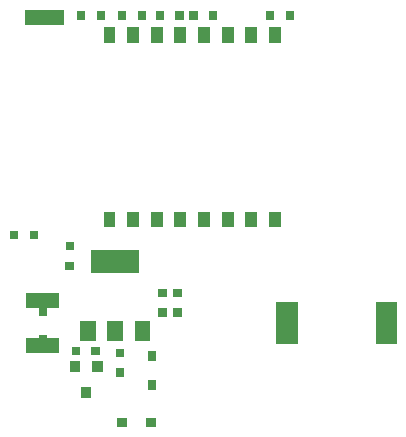
<source format=gbr>
%FSLAX32Y32*%
%MOMM*%
%LNSMD_Maske2*%
G71*
G01*
%LPD*%
G36*
X4488Y4922D02*
X4488Y4792D01*
X4208Y4792D01*
X4208Y4922D01*
X4488Y4922D01*
G37*
G36*
X4488Y4542D02*
X4488Y4412D01*
X4208Y4412D01*
X4208Y4542D01*
X4488Y4542D01*
G37*
G36*
X4855Y4256D02*
X4765Y4256D01*
X4765Y4346D01*
X4855Y4346D01*
X4855Y4256D01*
G37*
G36*
X4665Y4256D02*
X4575Y4256D01*
X4575Y4346D01*
X4665Y4346D01*
X4665Y4256D01*
G37*
G36*
X4760Y4034D02*
X4670Y4034D01*
X4670Y4124D01*
X4760Y4124D01*
X4760Y4034D01*
G37*
G36*
X5256Y4518D02*
X5126Y4518D01*
X5126Y4688D01*
X5256Y4688D01*
X5256Y4518D01*
G37*
G36*
X5026Y4517D02*
X4896Y4517D01*
X4896Y4687D01*
X5026Y4687D01*
X5026Y4517D01*
G37*
G36*
X4796Y4517D02*
X4666Y4517D01*
X4666Y4687D01*
X4796Y4687D01*
X4796Y4517D01*
G37*
G36*
X5160Y5094D02*
X4760Y5094D01*
X4760Y5284D01*
X5160Y5284D01*
X5160Y5094D01*
G37*
G36*
X5040Y4449D02*
X5040Y4379D01*
X4970Y4379D01*
X4970Y4449D01*
X5040Y4449D01*
G37*
G36*
X5039Y4282D02*
X5039Y4212D01*
X4969Y4212D01*
X4969Y4282D01*
X5039Y4282D01*
G37*
G36*
X4611Y5354D02*
X4611Y5284D01*
X4541Y5284D01*
X4541Y5354D01*
X4611Y5354D01*
G37*
G36*
X4610Y5187D02*
X4610Y5117D01*
X4540Y5117D01*
X4540Y5187D01*
X4610Y5187D01*
G37*
G36*
X6326Y4842D02*
X6506Y4842D01*
X6506Y4487D01*
X6326Y4487D01*
X6326Y4842D01*
G37*
G36*
X7167Y4841D02*
X7347Y4841D01*
X7347Y4486D01*
X7167Y4486D01*
X7167Y4841D01*
G37*
G36*
X4829Y4393D02*
X4759Y4393D01*
X4759Y4463D01*
X4829Y4463D01*
X4829Y4393D01*
G37*
G36*
X4662Y4392D02*
X4592Y4392D01*
X4592Y4462D01*
X4662Y4462D01*
X4662Y4392D01*
G37*
G36*
X4385Y4815D02*
X4385Y4730D01*
X4315Y4730D01*
X4315Y4815D01*
X4385Y4815D01*
G37*
G36*
X4385Y4568D02*
X4385Y4483D01*
X4315Y4483D01*
X4315Y4568D01*
X4385Y4568D01*
G37*
G36*
X5327Y4721D02*
X5327Y4791D01*
X5397Y4791D01*
X5397Y4721D01*
X5327Y4721D01*
G37*
G36*
X5326Y4888D02*
X5326Y4958D01*
X5396Y4958D01*
X5396Y4888D01*
X5326Y4888D01*
G37*
G36*
X5454Y4721D02*
X5454Y4791D01*
X5524Y4791D01*
X5524Y4721D01*
X5454Y4721D01*
G37*
G36*
X5453Y4888D02*
X5453Y4958D01*
X5523Y4958D01*
X5523Y4888D01*
X5453Y4888D01*
G37*
G36*
X5306Y4434D02*
X5306Y4349D01*
X5236Y4349D01*
X5236Y4434D01*
X5306Y4434D01*
G37*
G36*
X5306Y4187D02*
X5306Y4102D01*
X5236Y4102D01*
X5236Y4187D01*
X5306Y4187D01*
G37*
G36*
X6263Y5606D02*
X6363Y5606D01*
X6363Y5476D01*
X6263Y5476D01*
X6263Y5606D01*
G37*
G36*
X6063Y5606D02*
X6163Y5606D01*
X6163Y5476D01*
X6063Y5476D01*
X6063Y5606D01*
G37*
G36*
X5863Y5606D02*
X5963Y5606D01*
X5963Y5476D01*
X5863Y5476D01*
X5863Y5606D01*
G37*
G36*
X5663Y5606D02*
X5763Y5606D01*
X5763Y5476D01*
X5663Y5476D01*
X5663Y5606D01*
G37*
G36*
X5463Y5606D02*
X5563Y5606D01*
X5563Y5476D01*
X5463Y5476D01*
X5463Y5606D01*
G37*
G36*
X5263Y5606D02*
X5363Y5606D01*
X5363Y5476D01*
X5263Y5476D01*
X5263Y5606D01*
G37*
G36*
X5063Y5606D02*
X5163Y5606D01*
X5163Y5476D01*
X5063Y5476D01*
X5063Y5606D01*
G37*
G36*
X4863Y5606D02*
X4963Y5606D01*
X4963Y5476D01*
X4863Y5476D01*
X4863Y5606D01*
G37*
G36*
X6263Y7169D02*
X6363Y7169D01*
X6363Y7039D01*
X6263Y7039D01*
X6263Y7169D01*
G37*
G36*
X6063Y7169D02*
X6163Y7169D01*
X6163Y7039D01*
X6063Y7039D01*
X6063Y7169D01*
G37*
G36*
X5863Y7169D02*
X5963Y7169D01*
X5963Y7039D01*
X5863Y7039D01*
X5863Y7169D01*
G37*
G36*
X5663Y7169D02*
X5763Y7169D01*
X5763Y7039D01*
X5663Y7039D01*
X5663Y7169D01*
G37*
G36*
X5463Y7169D02*
X5563Y7169D01*
X5563Y7039D01*
X5463Y7039D01*
X5463Y7169D01*
G37*
G36*
X5263Y7169D02*
X5363Y7169D01*
X5363Y7039D01*
X5263Y7039D01*
X5263Y7169D01*
G37*
G36*
X5063Y7169D02*
X5163Y7169D01*
X5163Y7039D01*
X5063Y7039D01*
X5063Y7169D01*
G37*
G36*
X4863Y7169D02*
X4963Y7169D01*
X4963Y7039D01*
X4863Y7039D01*
X4863Y7169D01*
G37*
G36*
X5306Y3790D02*
X5221Y3790D01*
X5221Y3860D01*
X5306Y3860D01*
X5306Y3790D01*
G37*
G36*
X5059Y3790D02*
X4974Y3790D01*
X4974Y3860D01*
X5059Y3860D01*
X5059Y3790D01*
G37*
G36*
X6477Y7236D02*
X6407Y7236D01*
X6407Y7306D01*
X6477Y7306D01*
X6477Y7236D01*
G37*
G36*
X6310Y7235D02*
X6240Y7235D01*
X6240Y7305D01*
X6310Y7305D01*
X6310Y7235D01*
G37*
G36*
X4874Y7236D02*
X4804Y7236D01*
X4804Y7306D01*
X4874Y7306D01*
X4874Y7236D01*
G37*
G36*
X4707Y7235D02*
X4637Y7235D01*
X4637Y7305D01*
X4707Y7305D01*
X4707Y7235D01*
G37*
G36*
X5826Y7236D02*
X5756Y7236D01*
X5756Y7306D01*
X5826Y7306D01*
X5826Y7236D01*
G37*
G36*
X5659Y7235D02*
X5589Y7235D01*
X5589Y7305D01*
X5659Y7305D01*
X5659Y7235D01*
G37*
G36*
X5540Y7236D02*
X5470Y7236D01*
X5470Y7306D01*
X5540Y7306D01*
X5540Y7236D01*
G37*
G36*
X5373Y7235D02*
X5303Y7235D01*
X5303Y7305D01*
X5373Y7305D01*
X5373Y7235D01*
G37*
G36*
X5223Y7236D02*
X5153Y7236D01*
X5153Y7306D01*
X5223Y7306D01*
X5223Y7236D01*
G37*
G36*
X5056Y7235D02*
X4986Y7235D01*
X4986Y7305D01*
X5056Y7305D01*
X5056Y7235D01*
G37*
G36*
X4306Y5377D02*
X4236Y5377D01*
X4236Y5447D01*
X4306Y5447D01*
X4306Y5377D01*
G37*
G36*
X4138Y5376D02*
X4068Y5376D01*
X4068Y5446D01*
X4138Y5446D01*
X4138Y5376D01*
G37*
G36*
X4530Y7319D02*
X4530Y7189D01*
X4200Y7189D01*
X4200Y7319D01*
X4530Y7319D01*
G37*
M02*

</source>
